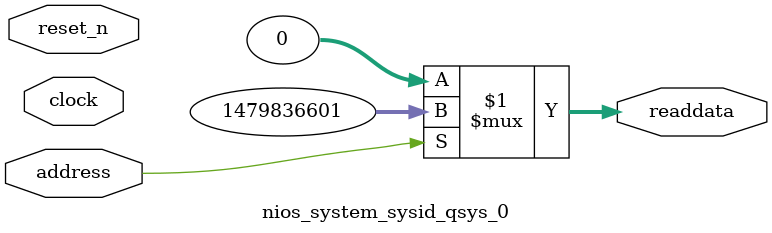
<source format=v>

`timescale 1ns / 1ps
// synthesis translate_on

// turn off superfluous verilog processor warnings 
// altera message_level Level1 
// altera message_off 10034 10035 10036 10037 10230 10240 10030 

module nios_system_sysid_qsys_0 (
               // inputs:
                address,
                clock,
                reset_n,

               // outputs:
                readdata
             )
;

  output  [ 31: 0] readdata;
  input            address;
  input            clock;
  input            reset_n;

  wire    [ 31: 0] readdata;
  //control_slave, which is an e_avalon_slave
  assign readdata = address ? 1479836601 : 0;

endmodule




</source>
